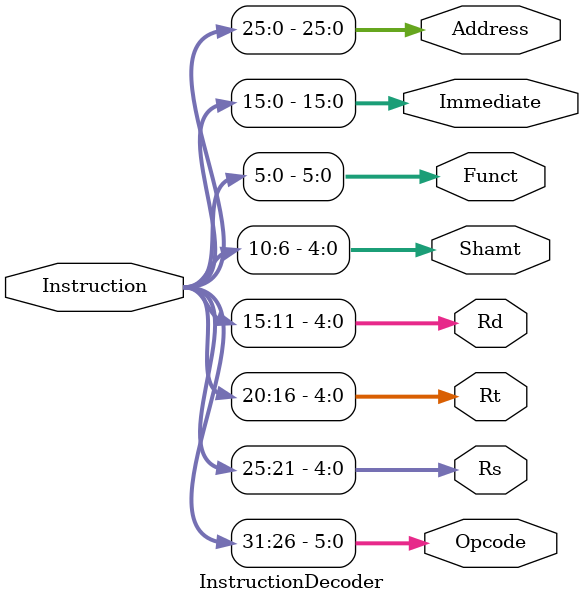
<source format=v>
module InstructionDecoder (
    input [31:0] Instruction,
    output [5:0] Opcode,
    output [4:0] Rs, Rt, Rd, Shamt,
    output [5:0] Funct, output [15:0] Immediate, output [25:0] Address
);
    assign Opcode = Instruction[31:26];
    assign Rs = Instruction[25:21];
    assign Rt = Instruction[20:16];
    assign Rd = Instruction[15:11];
    assign Immediate = Instruction[15:0];
     assign Funct = Instruction[5:0];
     assign Shamt = Instruction[10:6];
     assign Address = Instruction[25:0];
endmodule 
</source>
